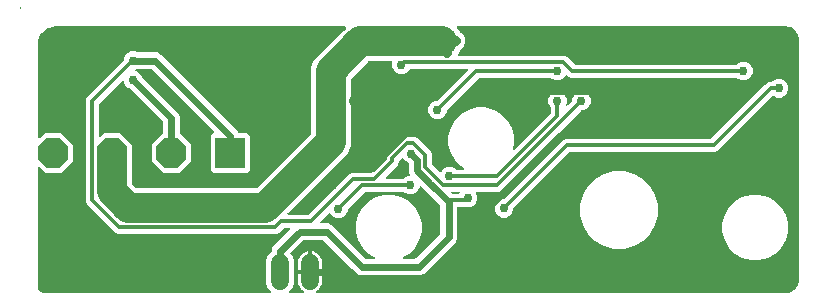
<source format=gbr>
G04 EAGLE Gerber X2 export*
%TF.Part,Single*%
%TF.FileFunction,Copper,L2,Bot,Mixed*%
%TF.FilePolarity,Positive*%
%TF.GenerationSoftware,Autodesk,EAGLE,9.1.3*%
%TF.CreationDate,2019-04-17T09:40:26Z*%
G75*
%MOMM*%
%FSLAX34Y34*%
%LPD*%
%AMOC8*
5,1,8,0,0,1.08239X$1,22.5*%
G01*
%ADD10R,2.540000X2.540000*%
%ADD11P,2.749271X8X202.500000*%
%ADD12C,1.524000*%
%ADD13C,0.756400*%
%ADD14C,0.609600*%
%ADD15C,0.304800*%
%ADD16C,2.540000*%
%ADD17C,0.812800*%

G36*
X244898Y104406D02*
X244898Y104406D01*
X244966Y104407D01*
X245019Y104425D01*
X245074Y104434D01*
X245134Y104466D01*
X245198Y104489D01*
X245242Y104523D01*
X245291Y104550D01*
X245338Y104599D01*
X245391Y104641D01*
X245422Y104687D01*
X245460Y104728D01*
X245489Y104789D01*
X245526Y104846D01*
X245541Y104900D01*
X245564Y104951D01*
X245572Y105018D01*
X245589Y105084D01*
X245585Y105140D01*
X245591Y105195D01*
X245577Y105262D01*
X245572Y105329D01*
X245551Y105381D01*
X245539Y105436D01*
X245504Y105494D01*
X245478Y105557D01*
X245441Y105599D01*
X245413Y105647D01*
X245361Y105691D01*
X245317Y105742D01*
X245251Y105785D01*
X245226Y105807D01*
X245206Y105815D01*
X245176Y105834D01*
X245119Y105864D01*
X243825Y106804D01*
X242694Y107935D01*
X241754Y109229D01*
X241028Y110654D01*
X240533Y112175D01*
X240283Y113754D01*
X240283Y120651D01*
X249682Y120651D01*
X249702Y120654D01*
X249721Y120652D01*
X249823Y120674D01*
X249925Y120691D01*
X249942Y120700D01*
X249962Y120704D01*
X250051Y120757D01*
X250142Y120806D01*
X250156Y120820D01*
X250173Y120830D01*
X250240Y120909D01*
X250311Y120984D01*
X250320Y121002D01*
X250333Y121017D01*
X250371Y121113D01*
X250415Y121207D01*
X250417Y121227D01*
X250425Y121245D01*
X250443Y121412D01*
X250443Y122175D01*
X250445Y122175D01*
X250445Y121412D01*
X250448Y121392D01*
X250446Y121373D01*
X250468Y121271D01*
X250485Y121169D01*
X250494Y121152D01*
X250498Y121132D01*
X250551Y121043D01*
X250600Y120952D01*
X250614Y120938D01*
X250624Y120921D01*
X250703Y120854D01*
X250778Y120783D01*
X250796Y120774D01*
X250811Y120761D01*
X250907Y120722D01*
X251001Y120679D01*
X251021Y120677D01*
X251039Y120669D01*
X251206Y120651D01*
X260605Y120651D01*
X260605Y113754D01*
X260355Y112175D01*
X259860Y110654D01*
X259134Y109229D01*
X258194Y107935D01*
X257063Y106804D01*
X255769Y105864D01*
X255712Y105834D01*
X255657Y105794D01*
X255597Y105762D01*
X255558Y105722D01*
X255513Y105689D01*
X255474Y105633D01*
X255428Y105584D01*
X255404Y105533D01*
X255372Y105488D01*
X255353Y105423D01*
X255324Y105361D01*
X255318Y105305D01*
X255302Y105252D01*
X255304Y105184D01*
X255297Y105117D01*
X255309Y105062D01*
X255311Y105006D01*
X255335Y104943D01*
X255349Y104876D01*
X255378Y104828D01*
X255398Y104776D01*
X255440Y104723D01*
X255475Y104665D01*
X255518Y104629D01*
X255553Y104585D01*
X255611Y104549D01*
X255662Y104505D01*
X255714Y104484D01*
X255761Y104454D01*
X255827Y104439D01*
X255890Y104413D01*
X255969Y104405D01*
X256001Y104397D01*
X256021Y104399D01*
X256057Y104395D01*
X653542Y104395D01*
X653561Y104398D01*
X653592Y104396D01*
X654885Y104481D01*
X654908Y104486D01*
X655032Y104505D01*
X657530Y105175D01*
X657544Y105181D01*
X657560Y105183D01*
X657588Y105196D01*
X657589Y105196D01*
X657713Y105251D01*
X659953Y106544D01*
X659965Y106554D01*
X659980Y106560D01*
X660111Y106665D01*
X661939Y108493D01*
X661948Y108506D01*
X661961Y108516D01*
X662060Y108651D01*
X663353Y110891D01*
X663359Y110905D01*
X663368Y110918D01*
X663429Y111074D01*
X664099Y113572D01*
X664101Y113596D01*
X664123Y113719D01*
X664208Y115012D01*
X664206Y115031D01*
X664209Y115062D01*
X664209Y319024D01*
X664206Y319043D01*
X664208Y319074D01*
X664121Y320400D01*
X664115Y320423D01*
X664096Y320547D01*
X663410Y323109D01*
X663403Y323123D01*
X663401Y323139D01*
X663334Y323293D01*
X662008Y325590D01*
X661998Y325602D01*
X661992Y325616D01*
X661887Y325747D01*
X660011Y327623D01*
X659999Y327632D01*
X659989Y327644D01*
X659854Y327744D01*
X657557Y329070D01*
X657542Y329075D01*
X657529Y329085D01*
X657373Y329146D01*
X654811Y329832D01*
X654787Y329835D01*
X654664Y329857D01*
X653338Y329944D01*
X653319Y329942D01*
X653288Y329945D01*
X375305Y329945D01*
X375235Y329934D01*
X375163Y329932D01*
X375114Y329914D01*
X375063Y329906D01*
X374999Y329872D01*
X374932Y329847D01*
X374891Y329815D01*
X374845Y329790D01*
X374796Y329738D01*
X374740Y329694D01*
X374712Y329650D01*
X374676Y329612D01*
X374646Y329547D01*
X374607Y329487D01*
X374594Y329436D01*
X374572Y329389D01*
X374564Y329318D01*
X374547Y329248D01*
X374551Y329196D01*
X374545Y329145D01*
X374560Y329074D01*
X374566Y329003D01*
X374586Y328955D01*
X374597Y328904D01*
X374634Y328843D01*
X374662Y328777D01*
X374707Y328721D01*
X374724Y328693D01*
X374741Y328678D01*
X374767Y328646D01*
X376670Y326742D01*
X377274Y325286D01*
X377322Y325209D01*
X377363Y325127D01*
X377386Y325105D01*
X377403Y325077D01*
X377473Y325019D01*
X377539Y324955D01*
X377575Y324935D01*
X377593Y324920D01*
X377623Y324909D01*
X377686Y324874D01*
X378239Y324645D01*
X380525Y322359D01*
X381763Y319371D01*
X381763Y316137D01*
X380525Y313149D01*
X378239Y310863D01*
X378194Y310844D01*
X378116Y310796D01*
X378035Y310755D01*
X378012Y310732D01*
X377985Y310715D01*
X377927Y310644D01*
X377863Y310579D01*
X377843Y310543D01*
X377828Y310525D01*
X377816Y310495D01*
X377782Y310432D01*
X376670Y307750D01*
X375529Y306608D01*
X375487Y306550D01*
X375438Y306498D01*
X375416Y306451D01*
X375386Y306409D01*
X375365Y306340D01*
X375334Y306275D01*
X375329Y306223D01*
X375313Y306173D01*
X375315Y306102D01*
X375307Y306031D01*
X375318Y305980D01*
X375320Y305928D01*
X375344Y305860D01*
X375359Y305790D01*
X375386Y305745D01*
X375404Y305697D01*
X375449Y305641D01*
X375486Y305579D01*
X375525Y305545D01*
X375558Y305505D01*
X375618Y305466D01*
X375673Y305419D01*
X375721Y305400D01*
X375765Y305372D01*
X375834Y305354D01*
X375901Y305327D01*
X375972Y305319D01*
X376003Y305311D01*
X376027Y305313D01*
X376067Y305309D01*
X465932Y305309D01*
X467986Y304458D01*
X474532Y297912D01*
X474606Y297859D01*
X474675Y297799D01*
X474706Y297787D01*
X474732Y297768D01*
X474819Y297741D01*
X474904Y297707D01*
X474944Y297703D01*
X474967Y297696D01*
X474999Y297697D01*
X475070Y297689D01*
X611396Y297689D01*
X611487Y297703D01*
X611577Y297711D01*
X611607Y297723D01*
X611639Y297728D01*
X611720Y297771D01*
X611804Y297807D01*
X611836Y297833D01*
X611857Y297844D01*
X611879Y297867D01*
X611935Y297912D01*
X612775Y298752D01*
X615659Y299947D01*
X618781Y299947D01*
X621665Y298752D01*
X623872Y296545D01*
X625067Y293661D01*
X625067Y290539D01*
X623872Y287655D01*
X621665Y285448D01*
X618781Y284253D01*
X615659Y284253D01*
X612775Y285448D01*
X611935Y286288D01*
X611861Y286341D01*
X611791Y286401D01*
X611761Y286413D01*
X611735Y286432D01*
X611648Y286459D01*
X611563Y286493D01*
X611522Y286497D01*
X611500Y286504D01*
X611468Y286503D01*
X611396Y286511D01*
X471328Y286511D01*
X469274Y287362D01*
X467956Y288680D01*
X467919Y288707D01*
X467888Y288741D01*
X467819Y288778D01*
X467756Y288824D01*
X467712Y288837D01*
X467672Y288859D01*
X467596Y288873D01*
X467521Y288896D01*
X467475Y288895D01*
X467430Y288903D01*
X467353Y288892D01*
X467275Y288890D01*
X467232Y288874D01*
X467187Y288867D01*
X467117Y288832D01*
X467044Y288805D01*
X467008Y288777D01*
X466968Y288756D01*
X466913Y288700D01*
X466852Y288652D01*
X466827Y288613D01*
X466795Y288580D01*
X466729Y288460D01*
X466719Y288445D01*
X466718Y288440D01*
X466714Y288433D01*
X466392Y287655D01*
X464185Y285448D01*
X461301Y284253D01*
X458179Y284253D01*
X455295Y285448D01*
X454455Y286288D01*
X454381Y286341D01*
X454311Y286401D01*
X454281Y286413D01*
X454255Y286432D01*
X454168Y286459D01*
X454083Y286493D01*
X454042Y286497D01*
X454020Y286504D01*
X453988Y286503D01*
X453916Y286511D01*
X393790Y286511D01*
X393700Y286497D01*
X393609Y286489D01*
X393579Y286477D01*
X393548Y286472D01*
X393467Y286429D01*
X393383Y286393D01*
X393351Y286367D01*
X393330Y286356D01*
X393308Y286333D01*
X393252Y286288D01*
X366210Y259246D01*
X366157Y259172D01*
X366097Y259103D01*
X366085Y259072D01*
X366066Y259046D01*
X366039Y258959D01*
X366005Y258874D01*
X366001Y258834D01*
X365994Y258811D01*
X365995Y258779D01*
X365987Y258708D01*
X365987Y257519D01*
X364792Y254635D01*
X362585Y252428D01*
X359701Y251233D01*
X356579Y251233D01*
X353695Y252428D01*
X351488Y254635D01*
X350293Y257519D01*
X350293Y260641D01*
X351488Y263525D01*
X353695Y265732D01*
X356579Y266927D01*
X357768Y266927D01*
X357858Y266941D01*
X357949Y266949D01*
X357979Y266961D01*
X358010Y266966D01*
X358091Y267009D01*
X358175Y267045D01*
X358207Y267071D01*
X358228Y267082D01*
X358250Y267105D01*
X358306Y267150D01*
X383988Y292832D01*
X384030Y292890D01*
X384079Y292942D01*
X384101Y292989D01*
X384132Y293031D01*
X384153Y293100D01*
X384183Y293165D01*
X384189Y293217D01*
X384204Y293267D01*
X384202Y293338D01*
X384210Y293409D01*
X384199Y293460D01*
X384198Y293512D01*
X384173Y293580D01*
X384158Y293650D01*
X384131Y293695D01*
X384113Y293743D01*
X384068Y293799D01*
X384032Y293861D01*
X383992Y293895D01*
X383959Y293935D01*
X383899Y293974D01*
X383845Y294021D01*
X383796Y294040D01*
X383753Y294068D01*
X383683Y294086D01*
X383617Y294113D01*
X383545Y294121D01*
X383514Y294129D01*
X383491Y294127D01*
X383450Y294131D01*
X335399Y294131D01*
X335284Y294112D01*
X335168Y294095D01*
X335162Y294093D01*
X335156Y294092D01*
X335054Y294037D01*
X334949Y293984D01*
X334944Y293979D01*
X334939Y293976D01*
X334859Y293892D01*
X334777Y293808D01*
X334773Y293802D01*
X334770Y293798D01*
X334762Y293781D01*
X334696Y293661D01*
X334312Y292735D01*
X332105Y290528D01*
X329221Y289333D01*
X326099Y289333D01*
X323215Y290528D01*
X321008Y292735D01*
X319813Y295619D01*
X319813Y298741D01*
X320098Y299429D01*
X320109Y299473D01*
X320128Y299515D01*
X320137Y299592D01*
X320154Y299668D01*
X320150Y299714D01*
X320155Y299759D01*
X320139Y299836D01*
X320131Y299913D01*
X320113Y299955D01*
X320103Y300000D01*
X320063Y300067D01*
X320031Y300138D01*
X320000Y300172D01*
X319977Y300211D01*
X319918Y300262D01*
X319865Y300319D01*
X319825Y300341D01*
X319790Y300371D01*
X319717Y300400D01*
X319649Y300437D01*
X319604Y300446D01*
X319562Y300463D01*
X319426Y300478D01*
X319407Y300481D01*
X319402Y300480D01*
X319395Y300481D01*
X300122Y300481D01*
X300031Y300467D01*
X299941Y300459D01*
X299911Y300447D01*
X299879Y300442D01*
X299798Y300399D01*
X299714Y300363D01*
X299682Y300337D01*
X299661Y300326D01*
X299639Y300303D01*
X299583Y300258D01*
X284986Y285661D01*
X284933Y285587D01*
X284873Y285517D01*
X284861Y285487D01*
X284842Y285461D01*
X284815Y285374D01*
X284781Y285289D01*
X284777Y285248D01*
X284770Y285226D01*
X284771Y285194D01*
X284763Y285122D01*
X284763Y229103D01*
X282210Y222942D01*
X277388Y218119D01*
X277387Y218118D01*
X231257Y171988D01*
X231215Y171930D01*
X231166Y171878D01*
X231144Y171831D01*
X231114Y171789D01*
X231093Y171720D01*
X231062Y171655D01*
X231057Y171603D01*
X231041Y171553D01*
X231043Y171482D01*
X231035Y171411D01*
X231046Y171360D01*
X231048Y171308D01*
X231072Y171240D01*
X231087Y171170D01*
X231114Y171126D01*
X231132Y171077D01*
X231177Y171021D01*
X231214Y170959D01*
X231253Y170925D01*
X231286Y170885D01*
X231346Y170846D01*
X231401Y170799D01*
X231449Y170780D01*
X231493Y170752D01*
X231562Y170734D01*
X231629Y170707D01*
X231700Y170699D01*
X231731Y170691D01*
X231755Y170693D01*
X231795Y170689D01*
X248830Y170689D01*
X248920Y170703D01*
X249011Y170711D01*
X249041Y170723D01*
X249072Y170728D01*
X249153Y170771D01*
X249237Y170807D01*
X249269Y170833D01*
X249290Y170844D01*
X249312Y170867D01*
X249368Y170912D01*
X283854Y205398D01*
X285908Y206249D01*
X302170Y206249D01*
X302260Y206263D01*
X302351Y206271D01*
X302381Y206283D01*
X302412Y206288D01*
X302493Y206331D01*
X302577Y206367D01*
X302609Y206393D01*
X302630Y206404D01*
X302652Y206427D01*
X302708Y206472D01*
X314228Y217992D01*
X314281Y218066D01*
X314341Y218135D01*
X314353Y218166D01*
X314372Y218192D01*
X314399Y218279D01*
X314433Y218364D01*
X314437Y218404D01*
X314444Y218427D01*
X314443Y218459D01*
X314451Y218530D01*
X314451Y219552D01*
X315302Y221606D01*
X329574Y235878D01*
X331628Y236729D01*
X338932Y236729D01*
X340986Y235878D01*
X352718Y224146D01*
X353569Y222092D01*
X353569Y213450D01*
X353583Y213360D01*
X353591Y213269D01*
X353603Y213239D01*
X353608Y213208D01*
X353651Y213127D01*
X353687Y213043D01*
X353713Y213011D01*
X353724Y212990D01*
X353747Y212968D01*
X353792Y212912D01*
X360084Y206620D01*
X360121Y206593D01*
X360152Y206559D01*
X360195Y206536D01*
X360222Y206513D01*
X360247Y206502D01*
X360284Y206476D01*
X360328Y206463D01*
X360368Y206441D01*
X360428Y206430D01*
X360450Y206421D01*
X360472Y206418D01*
X360519Y206404D01*
X360565Y206405D01*
X360610Y206397D01*
X360687Y206408D01*
X360765Y206410D01*
X360808Y206426D01*
X360853Y206433D01*
X360923Y206468D01*
X360996Y206495D01*
X361032Y206523D01*
X361072Y206544D01*
X361127Y206600D01*
X361188Y206648D01*
X361213Y206687D01*
X361245Y206720D01*
X361252Y206734D01*
X361254Y206735D01*
X361258Y206744D01*
X361311Y206840D01*
X361321Y206855D01*
X361322Y206860D01*
X361326Y206867D01*
X361648Y207645D01*
X363855Y209852D01*
X366739Y211047D01*
X369861Y211047D01*
X372745Y209852D01*
X373585Y209012D01*
X373659Y208959D01*
X373729Y208899D01*
X373759Y208887D01*
X373785Y208868D01*
X373872Y208841D01*
X373957Y208807D01*
X373998Y208803D01*
X374020Y208796D01*
X374052Y208797D01*
X374124Y208789D01*
X380095Y208789D01*
X380142Y208796D01*
X380190Y208795D01*
X380263Y208816D01*
X380337Y208828D01*
X380380Y208851D01*
X380426Y208865D01*
X380488Y208908D01*
X380555Y208944D01*
X380588Y208978D01*
X380627Y209006D01*
X380672Y209067D01*
X380724Y209122D01*
X380744Y209165D01*
X380773Y209204D01*
X380796Y209276D01*
X380828Y209345D01*
X380833Y209393D01*
X380848Y209438D01*
X380846Y209514D01*
X380855Y209589D01*
X380845Y209636D01*
X380844Y209684D01*
X380819Y209756D01*
X380803Y209830D01*
X380778Y209871D01*
X380762Y209916D01*
X380715Y209976D01*
X380676Y210041D01*
X380640Y210072D01*
X380610Y210110D01*
X380507Y210186D01*
X380489Y210201D01*
X380483Y210203D01*
X380475Y210209D01*
X378215Y211514D01*
X373058Y216671D01*
X369411Y222988D01*
X367523Y230033D01*
X367523Y237327D01*
X369411Y244372D01*
X373058Y250689D01*
X378215Y255846D01*
X384532Y259493D01*
X391577Y261381D01*
X398871Y261381D01*
X405916Y259493D01*
X412233Y255846D01*
X417390Y250689D01*
X421037Y244372D01*
X422925Y237327D01*
X422925Y230033D01*
X421850Y226023D01*
X421845Y225975D01*
X421831Y225929D01*
X421833Y225853D01*
X421826Y225778D01*
X421836Y225731D01*
X421838Y225683D01*
X421864Y225612D01*
X421881Y225538D01*
X421906Y225497D01*
X421922Y225452D01*
X421969Y225393D01*
X422009Y225328D01*
X422046Y225298D01*
X422076Y225260D01*
X422139Y225219D01*
X422198Y225171D01*
X422242Y225153D01*
X422283Y225127D01*
X422356Y225109D01*
X422427Y225081D01*
X422475Y225079D01*
X422521Y225067D01*
X422597Y225073D01*
X422672Y225069D01*
X422719Y225083D01*
X422766Y225086D01*
X422836Y225116D01*
X422909Y225137D01*
X422949Y225164D01*
X422993Y225183D01*
X423093Y225263D01*
X423112Y225276D01*
X423116Y225281D01*
X423124Y225287D01*
X453928Y256092D01*
X453981Y256166D01*
X454041Y256235D01*
X454053Y256266D01*
X454072Y256292D01*
X454099Y256379D01*
X454133Y256464D01*
X454137Y256504D01*
X454144Y256527D01*
X454143Y256559D01*
X454151Y256630D01*
X454151Y260876D01*
X454137Y260967D01*
X454129Y261057D01*
X454117Y261087D01*
X454112Y261119D01*
X454069Y261200D01*
X454033Y261284D01*
X454007Y261316D01*
X453996Y261337D01*
X453973Y261359D01*
X453928Y261415D01*
X453088Y262255D01*
X451893Y265139D01*
X451893Y268261D01*
X453088Y271145D01*
X455295Y273352D01*
X458179Y274547D01*
X461301Y274547D01*
X464185Y273352D01*
X466392Y271145D01*
X467587Y268261D01*
X467587Y265139D01*
X467103Y263972D01*
X467081Y263877D01*
X467052Y263784D01*
X467053Y263758D01*
X467047Y263733D01*
X467056Y263636D01*
X467059Y263538D01*
X467068Y263514D01*
X467070Y263488D01*
X467110Y263399D01*
X467143Y263307D01*
X467160Y263287D01*
X467170Y263263D01*
X467236Y263191D01*
X467297Y263115D01*
X467319Y263101D01*
X467337Y263082D01*
X467422Y263035D01*
X467504Y262982D01*
X467529Y262976D01*
X467552Y262963D01*
X467648Y262946D01*
X467742Y262922D01*
X467768Y262924D01*
X467794Y262920D01*
X467891Y262934D01*
X467988Y262941D01*
X468012Y262952D01*
X468038Y262955D01*
X468125Y263000D01*
X468214Y263038D01*
X468239Y263058D01*
X468257Y263067D01*
X468280Y263091D01*
X468345Y263143D01*
X471990Y266788D01*
X472036Y266851D01*
X472058Y266874D01*
X472062Y266883D01*
X472103Y266931D01*
X472115Y266961D01*
X472134Y266988D01*
X472161Y267075D01*
X472195Y267160D01*
X472199Y267200D01*
X472206Y267223D01*
X472205Y267255D01*
X472213Y267326D01*
X472213Y268261D01*
X473408Y271145D01*
X475615Y273352D01*
X478499Y274547D01*
X481621Y274547D01*
X484505Y273352D01*
X486712Y271145D01*
X487907Y268261D01*
X487907Y265139D01*
X486712Y262255D01*
X484505Y260048D01*
X481621Y258853D01*
X480178Y258853D01*
X480088Y258839D01*
X479997Y258831D01*
X479967Y258819D01*
X479936Y258814D01*
X479855Y258771D01*
X479771Y258735D01*
X479739Y258709D01*
X479718Y258698D01*
X479696Y258675D01*
X479640Y258630D01*
X411852Y190842D01*
X409798Y189991D01*
X391577Y189991D01*
X391531Y189984D01*
X391485Y189986D01*
X391411Y189964D01*
X391334Y189952D01*
X391293Y189930D01*
X391249Y189917D01*
X391185Y189873D01*
X391116Y189836D01*
X391085Y189803D01*
X391047Y189777D01*
X391001Y189715D01*
X390947Y189658D01*
X390928Y189616D01*
X390900Y189580D01*
X390876Y189506D01*
X390843Y189435D01*
X390838Y189389D01*
X390824Y189346D01*
X390825Y189268D01*
X390816Y189191D01*
X390826Y189146D01*
X390827Y189100D01*
X390865Y188968D01*
X390869Y188950D01*
X390871Y188946D01*
X390873Y188939D01*
X391895Y186473D01*
X391895Y183351D01*
X390700Y180467D01*
X388493Y178260D01*
X385609Y177065D01*
X382487Y177065D01*
X382081Y177233D01*
X382018Y177248D01*
X381957Y177273D01*
X381874Y177282D01*
X381842Y177289D01*
X381823Y177288D01*
X381790Y177291D01*
X375666Y177291D01*
X375646Y177288D01*
X375627Y177290D01*
X375525Y177268D01*
X375423Y177252D01*
X375406Y177242D01*
X375386Y177238D01*
X375297Y177185D01*
X375206Y177136D01*
X375192Y177122D01*
X375175Y177112D01*
X375108Y177033D01*
X375036Y176958D01*
X375028Y176940D01*
X375015Y176925D01*
X374976Y176829D01*
X374933Y176735D01*
X374931Y176715D01*
X374923Y176697D01*
X374905Y176530D01*
X374905Y150223D01*
X373822Y147609D01*
X346421Y120208D01*
X343807Y119125D01*
X292971Y119125D01*
X290357Y120208D01*
X261691Y148874D01*
X261617Y148927D01*
X261547Y148987D01*
X261517Y148999D01*
X261491Y149018D01*
X261404Y149045D01*
X261319Y149079D01*
X261278Y149083D01*
X261256Y149090D01*
X261224Y149089D01*
X261152Y149097D01*
X244816Y149097D01*
X244725Y149083D01*
X244635Y149075D01*
X244605Y149063D01*
X244573Y149058D01*
X244492Y149015D01*
X244408Y148979D01*
X244376Y148953D01*
X244355Y148942D01*
X244333Y148919D01*
X244277Y148874D01*
X233921Y138518D01*
X233909Y138502D01*
X233894Y138490D01*
X233838Y138402D01*
X233778Y138318D01*
X233772Y138299D01*
X233761Y138283D01*
X233736Y138182D01*
X233705Y138083D01*
X233706Y138063D01*
X233701Y138044D01*
X233709Y137941D01*
X233712Y137837D01*
X233718Y137819D01*
X233720Y137799D01*
X233760Y137704D01*
X233796Y137606D01*
X233808Y137591D01*
X233816Y137573D01*
X233921Y137442D01*
X234950Y136413D01*
X236729Y132118D01*
X236729Y112230D01*
X234950Y107935D01*
X232709Y105694D01*
X232667Y105636D01*
X232618Y105584D01*
X232596Y105537D01*
X232565Y105495D01*
X232544Y105426D01*
X232514Y105361D01*
X232508Y105309D01*
X232493Y105259D01*
X232495Y105188D01*
X232487Y105117D01*
X232498Y105066D01*
X232499Y105014D01*
X232524Y104946D01*
X232539Y104876D01*
X232566Y104831D01*
X232584Y104783D01*
X232629Y104727D01*
X232665Y104665D01*
X232705Y104631D01*
X232738Y104591D01*
X232798Y104552D01*
X232852Y104505D01*
X232901Y104486D01*
X232944Y104458D01*
X233014Y104440D01*
X233081Y104413D01*
X233152Y104405D01*
X233183Y104397D01*
X233206Y104399D01*
X233247Y104395D01*
X244831Y104395D01*
X244898Y104406D01*
G37*
G36*
X25219Y104398D02*
X25219Y104398D01*
X25249Y104396D01*
X27469Y104538D01*
X27769Y104436D01*
X27810Y104429D01*
X27848Y104413D01*
X28005Y104396D01*
X28011Y104395D01*
X28013Y104395D01*
X28015Y104395D01*
X216841Y104395D01*
X216911Y104406D01*
X216983Y104408D01*
X217032Y104426D01*
X217084Y104434D01*
X217147Y104468D01*
X217214Y104493D01*
X217255Y104525D01*
X217301Y104550D01*
X217350Y104602D01*
X217406Y104646D01*
X217434Y104690D01*
X217470Y104728D01*
X217500Y104793D01*
X217539Y104853D01*
X217552Y104904D01*
X217574Y104951D01*
X217582Y105022D01*
X217599Y105092D01*
X217595Y105144D01*
X217601Y105195D01*
X217586Y105266D01*
X217580Y105337D01*
X217560Y105385D01*
X217549Y105436D01*
X217512Y105497D01*
X217484Y105563D01*
X217439Y105619D01*
X217423Y105647D01*
X217405Y105662D01*
X217379Y105694D01*
X215138Y107935D01*
X213359Y112230D01*
X213359Y132118D01*
X215138Y136413D01*
X217708Y138983D01*
X217761Y139057D01*
X217821Y139126D01*
X217833Y139156D01*
X217852Y139183D01*
X217879Y139270D01*
X217913Y139355D01*
X217917Y139395D01*
X217924Y139418D01*
X217923Y139450D01*
X217931Y139521D01*
X217931Y141115D01*
X219014Y143729D01*
X221122Y145837D01*
X233497Y158212D01*
X233539Y158270D01*
X233588Y158322D01*
X233610Y158369D01*
X233640Y158411D01*
X233661Y158480D01*
X233692Y158545D01*
X233697Y158597D01*
X233713Y158647D01*
X233711Y158718D01*
X233719Y158789D01*
X233708Y158840D01*
X233706Y158892D01*
X233682Y158960D01*
X233667Y159030D01*
X233640Y159075D01*
X233622Y159123D01*
X233577Y159179D01*
X233540Y159241D01*
X233501Y159275D01*
X233468Y159315D01*
X233408Y159354D01*
X233353Y159401D01*
X233305Y159420D01*
X233261Y159448D01*
X233192Y159466D01*
X233125Y159493D01*
X233054Y159501D01*
X233023Y159509D01*
X232999Y159507D01*
X232959Y159511D01*
X228690Y159511D01*
X228600Y159497D01*
X228509Y159489D01*
X228479Y159477D01*
X228448Y159472D01*
X228367Y159429D01*
X228283Y159393D01*
X228251Y159367D01*
X228230Y159356D01*
X228208Y159333D01*
X228152Y159288D01*
X225825Y156961D01*
X224146Y155282D01*
X222092Y154431D01*
X87788Y154431D01*
X85734Y155282D01*
X61302Y179714D01*
X60451Y181768D01*
X60451Y267812D01*
X61302Y269866D01*
X92260Y300824D01*
X92313Y300898D01*
X92373Y300967D01*
X92385Y300998D01*
X92404Y301024D01*
X92431Y301111D01*
X92465Y301196D01*
X92469Y301236D01*
X92476Y301259D01*
X92475Y301291D01*
X92483Y301362D01*
X92483Y302551D01*
X93678Y305435D01*
X95885Y307642D01*
X98769Y308837D01*
X101891Y308837D01*
X103523Y308161D01*
X103587Y308146D01*
X103648Y308121D01*
X103730Y308112D01*
X103762Y308105D01*
X103782Y308106D01*
X103814Y308103D01*
X120795Y308103D01*
X123409Y307020D01*
X188910Y241519D01*
X189437Y240247D01*
X189499Y240147D01*
X189558Y240047D01*
X189563Y240043D01*
X189566Y240038D01*
X189657Y239963D01*
X189745Y239887D01*
X189751Y239885D01*
X189756Y239881D01*
X189864Y239839D01*
X189973Y239795D01*
X189981Y239794D01*
X189986Y239793D01*
X190004Y239792D01*
X190140Y239777D01*
X197264Y239777D01*
X199645Y237396D01*
X199645Y208628D01*
X197264Y206247D01*
X168496Y206247D01*
X166115Y208628D01*
X166115Y237396D01*
X168496Y239777D01*
X168697Y239777D01*
X168767Y239788D01*
X168839Y239790D01*
X168888Y239808D01*
X168939Y239816D01*
X169003Y239850D01*
X169070Y239875D01*
X169111Y239907D01*
X169157Y239932D01*
X169206Y239984D01*
X169262Y240028D01*
X169290Y240072D01*
X169326Y240110D01*
X169356Y240175D01*
X169395Y240235D01*
X169408Y240286D01*
X169430Y240333D01*
X169438Y240404D01*
X169455Y240474D01*
X169451Y240526D01*
X169457Y240577D01*
X169442Y240648D01*
X169436Y240719D01*
X169416Y240767D01*
X169405Y240818D01*
X169368Y240879D01*
X169340Y240945D01*
X169295Y241001D01*
X169278Y241029D01*
X169261Y241044D01*
X169235Y241076D01*
X116657Y293654D01*
X116583Y293707D01*
X116513Y293767D01*
X116483Y293779D01*
X116457Y293798D01*
X116370Y293825D01*
X116285Y293859D01*
X116244Y293863D01*
X116222Y293870D01*
X116190Y293869D01*
X116118Y293877D01*
X103814Y293877D01*
X103750Y293867D01*
X103684Y293866D01*
X103604Y293843D01*
X103571Y293838D01*
X103554Y293828D01*
X103523Y293819D01*
X102910Y293565D01*
X102849Y293527D01*
X102783Y293498D01*
X102745Y293463D01*
X102701Y293436D01*
X102655Y293380D01*
X102602Y293332D01*
X102577Y293286D01*
X102544Y293246D01*
X102518Y293179D01*
X102484Y293116D01*
X102474Y293065D01*
X102456Y293017D01*
X102453Y292945D01*
X102440Y292874D01*
X102447Y292823D01*
X102445Y292771D01*
X102465Y292702D01*
X102476Y292631D01*
X102499Y292585D01*
X102514Y292535D01*
X102555Y292476D01*
X102587Y292412D01*
X102624Y292375D01*
X102654Y292333D01*
X102711Y292290D01*
X102763Y292240D01*
X102826Y292205D01*
X102851Y292186D01*
X102874Y292179D01*
X102910Y292159D01*
X104775Y291386D01*
X106982Y289179D01*
X107658Y287547D01*
X107693Y287491D01*
X107718Y287431D01*
X107770Y287366D01*
X107788Y287338D01*
X107803Y287325D01*
X107823Y287300D01*
X136764Y258359D01*
X138872Y256251D01*
X139955Y253637D01*
X139955Y239961D01*
X139969Y239871D01*
X139977Y239780D01*
X139989Y239751D01*
X139994Y239719D01*
X140037Y239638D01*
X140073Y239554D01*
X140099Y239522D01*
X140110Y239501D01*
X140133Y239479D01*
X140178Y239423D01*
X149645Y229956D01*
X149645Y216068D01*
X139824Y206247D01*
X125936Y206247D01*
X116115Y216068D01*
X116115Y229956D01*
X125506Y239347D01*
X125559Y239421D01*
X125619Y239491D01*
X125631Y239521D01*
X125650Y239547D01*
X125677Y239634D01*
X125693Y239676D01*
X125701Y239692D01*
X125702Y239696D01*
X125711Y239719D01*
X125715Y239760D01*
X125722Y239782D01*
X125721Y239814D01*
X125729Y239885D01*
X125729Y248961D01*
X125715Y249051D01*
X125707Y249142D01*
X125695Y249171D01*
X125690Y249203D01*
X125647Y249284D01*
X125611Y249368D01*
X125585Y249400D01*
X125574Y249421D01*
X125551Y249443D01*
X125506Y249499D01*
X97764Y277241D01*
X97711Y277279D01*
X97664Y277325D01*
X97591Y277365D01*
X97565Y277384D01*
X97546Y277390D01*
X97517Y277406D01*
X95885Y278082D01*
X93678Y280289D01*
X92483Y283173D01*
X92483Y283402D01*
X92472Y283473D01*
X92470Y283544D01*
X92452Y283593D01*
X92444Y283645D01*
X92410Y283708D01*
X92385Y283775D01*
X92353Y283816D01*
X92328Y283862D01*
X92276Y283911D01*
X92232Y283967D01*
X92188Y283995D01*
X92150Y284031D01*
X92085Y284061D01*
X92025Y284100D01*
X91974Y284113D01*
X91927Y284135D01*
X91856Y284143D01*
X91786Y284160D01*
X91734Y284156D01*
X91683Y284162D01*
X91612Y284147D01*
X91541Y284141D01*
X91493Y284121D01*
X91442Y284110D01*
X91381Y284073D01*
X91315Y284045D01*
X91259Y284000D01*
X91231Y283984D01*
X91216Y283966D01*
X91184Y283940D01*
X71852Y264608D01*
X71799Y264534D01*
X71739Y264465D01*
X71727Y264434D01*
X71708Y264408D01*
X71681Y264321D01*
X71647Y264236D01*
X71643Y264196D01*
X71636Y264173D01*
X71637Y264141D01*
X71629Y264070D01*
X71629Y237307D01*
X71640Y237237D01*
X71642Y237165D01*
X71660Y237116D01*
X71668Y237065D01*
X71702Y237001D01*
X71727Y236934D01*
X71759Y236893D01*
X71784Y236847D01*
X71836Y236798D01*
X71880Y236742D01*
X71924Y236714D01*
X71962Y236678D01*
X72027Y236648D01*
X72087Y236609D01*
X72138Y236596D01*
X72185Y236574D01*
X72256Y236566D01*
X72326Y236549D01*
X72378Y236553D01*
X72429Y236547D01*
X72500Y236562D01*
X72571Y236568D01*
X72619Y236588D01*
X72670Y236599D01*
X72731Y236636D01*
X72797Y236664D01*
X72853Y236709D01*
X72881Y236726D01*
X72896Y236743D01*
X72928Y236769D01*
X73491Y237331D01*
X73491Y237332D01*
X75936Y239777D01*
X89824Y239777D01*
X92269Y237332D01*
X92270Y237331D01*
X97199Y232402D01*
X97200Y232401D01*
X99645Y229956D01*
X99645Y197430D01*
X99659Y197339D01*
X99667Y197249D01*
X99679Y197219D01*
X99684Y197187D01*
X99727Y197106D01*
X99763Y197022D01*
X99789Y196990D01*
X99800Y196969D01*
X99823Y196947D01*
X99868Y196891D01*
X103241Y193518D01*
X103315Y193465D01*
X103385Y193405D01*
X103415Y193393D01*
X103441Y193374D01*
X103528Y193347D01*
X103613Y193313D01*
X103654Y193309D01*
X103676Y193302D01*
X103708Y193303D01*
X103780Y193295D01*
X204830Y193295D01*
X204921Y193309D01*
X205011Y193317D01*
X205041Y193329D01*
X205073Y193334D01*
X205154Y193377D01*
X205238Y193413D01*
X205270Y193439D01*
X205291Y193450D01*
X205313Y193473D01*
X205369Y193518D01*
X251010Y239159D01*
X251063Y239233D01*
X251123Y239303D01*
X251135Y239333D01*
X251154Y239359D01*
X251181Y239446D01*
X251215Y239531D01*
X251219Y239572D01*
X251226Y239594D01*
X251225Y239626D01*
X251233Y239697D01*
X251233Y295717D01*
X253786Y301878D01*
X280553Y328646D01*
X280595Y328704D01*
X280644Y328756D01*
X280666Y328803D01*
X280696Y328845D01*
X280717Y328914D01*
X280748Y328979D01*
X280753Y329031D01*
X280769Y329081D01*
X280767Y329152D01*
X280775Y329223D01*
X280764Y329274D01*
X280762Y329326D01*
X280738Y329394D01*
X280723Y329464D01*
X280696Y329509D01*
X280678Y329557D01*
X280633Y329613D01*
X280596Y329675D01*
X280557Y329709D01*
X280524Y329749D01*
X280464Y329788D01*
X280409Y329835D01*
X280361Y329854D01*
X280317Y329882D01*
X280248Y329900D01*
X280181Y329927D01*
X280110Y329935D01*
X280079Y329943D01*
X280055Y329941D01*
X280015Y329945D01*
X34290Y329945D01*
X34271Y329942D01*
X34240Y329944D01*
X32483Y329828D01*
X32460Y329823D01*
X32336Y329804D01*
X28941Y328895D01*
X28927Y328888D01*
X28911Y328886D01*
X28758Y328819D01*
X25714Y327061D01*
X25702Y327051D01*
X25688Y327045D01*
X25557Y326940D01*
X23072Y324455D01*
X23062Y324443D01*
X23050Y324433D01*
X22951Y324298D01*
X21193Y321254D01*
X21188Y321240D01*
X21178Y321227D01*
X21117Y321071D01*
X20208Y317676D01*
X20205Y317652D01*
X20184Y317529D01*
X20068Y315772D01*
X20070Y315753D01*
X20067Y315722D01*
X20067Y235745D01*
X20078Y235675D01*
X20080Y235603D01*
X20098Y235554D01*
X20106Y235503D01*
X20140Y235439D01*
X20165Y235372D01*
X20197Y235331D01*
X20222Y235285D01*
X20274Y235236D01*
X20318Y235180D01*
X20362Y235152D01*
X20400Y235116D01*
X20465Y235086D01*
X20525Y235047D01*
X20576Y235034D01*
X20623Y235012D01*
X20694Y235004D01*
X20764Y234987D01*
X20816Y234991D01*
X20867Y234985D01*
X20938Y235000D01*
X21009Y235006D01*
X21057Y235026D01*
X21108Y235037D01*
X21169Y235074D01*
X21235Y235102D01*
X21291Y235147D01*
X21319Y235164D01*
X21334Y235181D01*
X21366Y235207D01*
X25936Y239777D01*
X39824Y239777D01*
X49645Y229956D01*
X49645Y216068D01*
X39824Y206247D01*
X25936Y206247D01*
X21366Y210817D01*
X21308Y210859D01*
X21256Y210908D01*
X21209Y210930D01*
X21167Y210960D01*
X21098Y210981D01*
X21033Y211012D01*
X20981Y211017D01*
X20931Y211033D01*
X20860Y211031D01*
X20789Y211039D01*
X20738Y211028D01*
X20686Y211026D01*
X20618Y211002D01*
X20548Y210987D01*
X20503Y210960D01*
X20455Y210942D01*
X20399Y210897D01*
X20337Y210860D01*
X20303Y210821D01*
X20263Y210788D01*
X20224Y210728D01*
X20177Y210673D01*
X20158Y210625D01*
X20130Y210581D01*
X20112Y210512D01*
X20085Y210445D01*
X20077Y210374D01*
X20069Y210343D01*
X20071Y210320D01*
X20067Y210279D01*
X20067Y108401D01*
X20072Y108368D01*
X20074Y108293D01*
X20128Y107916D01*
X20130Y107911D01*
X20130Y107905D01*
X20174Y107743D01*
X20604Y106662D01*
X20622Y106631D01*
X20633Y106597D01*
X20725Y106457D01*
X21468Y105561D01*
X21495Y105538D01*
X21516Y105508D01*
X21647Y105404D01*
X22630Y104781D01*
X22663Y104767D01*
X22691Y104746D01*
X22848Y104687D01*
X23897Y104418D01*
X23908Y104417D01*
X23918Y104413D01*
X24085Y104395D01*
X25200Y104395D01*
X25219Y104398D01*
G37*
%LPC*%
G36*
X507505Y141797D02*
X507505Y141797D01*
X499188Y144026D01*
X491731Y148331D01*
X485643Y154419D01*
X481338Y161876D01*
X479109Y170193D01*
X479109Y178803D01*
X481338Y187120D01*
X485643Y194577D01*
X491731Y200665D01*
X499188Y204970D01*
X507505Y207199D01*
X516115Y207199D01*
X524432Y204970D01*
X531889Y200665D01*
X537977Y194577D01*
X542282Y187120D01*
X544511Y178803D01*
X544511Y170193D01*
X542282Y161876D01*
X537977Y154419D01*
X531889Y148331D01*
X524432Y144026D01*
X516115Y141797D01*
X507505Y141797D01*
G37*
%LPD*%
%LPC*%
G36*
X412967Y168175D02*
X412967Y168175D01*
X410083Y169370D01*
X407876Y171577D01*
X406681Y174461D01*
X406681Y177583D01*
X407876Y180467D01*
X410083Y182674D01*
X412967Y183869D01*
X414156Y183869D01*
X414246Y183883D01*
X414337Y183891D01*
X414367Y183903D01*
X414398Y183908D01*
X414479Y183951D01*
X414563Y183987D01*
X414595Y184013D01*
X414616Y184024D01*
X414638Y184047D01*
X414694Y184092D01*
X464702Y234100D01*
X466756Y234951D01*
X589444Y234951D01*
X589534Y234965D01*
X589625Y234973D01*
X589655Y234985D01*
X589686Y234990D01*
X589767Y235033D01*
X589851Y235069D01*
X589883Y235095D01*
X589904Y235106D01*
X589926Y235129D01*
X589982Y235174D01*
X635489Y280681D01*
X637168Y282360D01*
X639222Y283211D01*
X641368Y283211D01*
X641459Y283225D01*
X641549Y283233D01*
X641579Y283245D01*
X641611Y283250D01*
X641692Y283293D01*
X641776Y283329D01*
X641808Y283355D01*
X641829Y283366D01*
X641851Y283389D01*
X641907Y283434D01*
X642747Y284274D01*
X645631Y285469D01*
X648753Y285469D01*
X651637Y284274D01*
X653844Y282067D01*
X655039Y279183D01*
X655039Y276061D01*
X653844Y273177D01*
X651637Y270970D01*
X648753Y269775D01*
X645631Y269775D01*
X642747Y270970D01*
X642705Y271012D01*
X642689Y271024D01*
X642676Y271040D01*
X642589Y271096D01*
X642505Y271156D01*
X642486Y271162D01*
X642469Y271173D01*
X642369Y271198D01*
X642270Y271228D01*
X642250Y271228D01*
X642231Y271233D01*
X642128Y271225D01*
X642024Y271222D01*
X642005Y271215D01*
X641985Y271214D01*
X641890Y271173D01*
X641793Y271138D01*
X641777Y271125D01*
X641759Y271117D01*
X641628Y271012D01*
X595240Y224624D01*
X593186Y223773D01*
X470498Y223773D01*
X470408Y223759D01*
X470317Y223751D01*
X470287Y223739D01*
X470256Y223734D01*
X470175Y223691D01*
X470091Y223655D01*
X470059Y223629D01*
X470038Y223618D01*
X470016Y223595D01*
X469960Y223550D01*
X422598Y176188D01*
X422545Y176114D01*
X422485Y176045D01*
X422473Y176014D01*
X422454Y175988D01*
X422427Y175901D01*
X422393Y175816D01*
X422389Y175776D01*
X422382Y175753D01*
X422383Y175721D01*
X422375Y175650D01*
X422375Y174461D01*
X421180Y171577D01*
X418973Y169370D01*
X416089Y168175D01*
X412967Y168175D01*
G37*
%LPD*%
%LPC*%
G36*
X623479Y132065D02*
X623479Y132065D01*
X616434Y133953D01*
X610117Y137600D01*
X604960Y142757D01*
X601313Y149074D01*
X599425Y156119D01*
X599425Y163413D01*
X601313Y170458D01*
X604960Y176775D01*
X610117Y181932D01*
X616434Y185579D01*
X623479Y187467D01*
X630773Y187467D01*
X637818Y185579D01*
X644135Y181932D01*
X649292Y176775D01*
X652939Y170458D01*
X654827Y163413D01*
X654827Y156119D01*
X652939Y149074D01*
X649292Y142757D01*
X644135Y137600D01*
X637818Y133953D01*
X630773Y132065D01*
X623479Y132065D01*
G37*
%LPD*%
G36*
X304549Y133358D02*
X304549Y133358D01*
X304597Y133357D01*
X304670Y133378D01*
X304745Y133390D01*
X304787Y133413D01*
X304833Y133427D01*
X304895Y133470D01*
X304962Y133506D01*
X304995Y133540D01*
X305035Y133568D01*
X305079Y133629D01*
X305132Y133684D01*
X305152Y133727D01*
X305180Y133766D01*
X305203Y133838D01*
X305235Y133907D01*
X305241Y133955D01*
X305255Y134000D01*
X305254Y134076D01*
X305262Y134151D01*
X305252Y134198D01*
X305251Y134246D01*
X305226Y134318D01*
X305210Y134392D01*
X305186Y134433D01*
X305170Y134478D01*
X305123Y134538D01*
X305084Y134603D01*
X305048Y134634D01*
X305018Y134672D01*
X304914Y134748D01*
X304897Y134763D01*
X304891Y134765D01*
X304883Y134771D01*
X299983Y137600D01*
X294826Y142757D01*
X291179Y149074D01*
X289291Y156119D01*
X289291Y163413D01*
X291179Y170458D01*
X294826Y176775D01*
X299983Y181932D01*
X306300Y185579D01*
X313345Y187467D01*
X320639Y187467D01*
X327684Y185579D01*
X334001Y181932D01*
X339158Y176775D01*
X342805Y170458D01*
X344693Y163413D01*
X344693Y156119D01*
X342805Y149074D01*
X339158Y142757D01*
X334001Y137600D01*
X329101Y134771D01*
X329064Y134741D01*
X329022Y134718D01*
X328970Y134663D01*
X328911Y134615D01*
X328885Y134575D01*
X328852Y134540D01*
X328820Y134471D01*
X328780Y134407D01*
X328769Y134360D01*
X328749Y134317D01*
X328740Y134242D01*
X328723Y134168D01*
X328727Y134120D01*
X328722Y134073D01*
X328738Y133998D01*
X328744Y133923D01*
X328764Y133879D01*
X328774Y133832D01*
X328813Y133767D01*
X328843Y133698D01*
X328875Y133662D01*
X328900Y133621D01*
X328958Y133572D01*
X329009Y133516D01*
X329051Y133492D01*
X329087Y133461D01*
X329157Y133433D01*
X329223Y133396D01*
X329271Y133387D01*
X329315Y133369D01*
X329443Y133355D01*
X329465Y133351D01*
X329472Y133352D01*
X329482Y133351D01*
X339130Y133351D01*
X339221Y133365D01*
X339311Y133373D01*
X339341Y133385D01*
X339373Y133390D01*
X339454Y133433D01*
X339538Y133469D01*
X339570Y133495D01*
X339591Y133506D01*
X339613Y133529D01*
X339669Y133574D01*
X360456Y154361D01*
X360509Y154435D01*
X360569Y154505D01*
X360581Y154535D01*
X360600Y154561D01*
X360627Y154648D01*
X360661Y154733D01*
X360665Y154774D01*
X360672Y154796D01*
X360671Y154828D01*
X360679Y154900D01*
X360679Y177840D01*
X360665Y177931D01*
X360657Y178021D01*
X360645Y178051D01*
X360640Y178083D01*
X360597Y178164D01*
X360561Y178248D01*
X360535Y178280D01*
X360524Y178301D01*
X360501Y178323D01*
X360456Y178379D01*
X350606Y188229D01*
X348376Y190459D01*
X344426Y194409D01*
X344382Y194441D01*
X344358Y194467D01*
X344342Y194475D01*
X344316Y194500D01*
X344269Y194522D01*
X344227Y194552D01*
X344171Y194569D01*
X344142Y194585D01*
X344126Y194588D01*
X344093Y194604D01*
X344041Y194609D01*
X343991Y194625D01*
X343932Y194623D01*
X343900Y194629D01*
X343885Y194627D01*
X343849Y194631D01*
X343798Y194620D01*
X343746Y194618D01*
X343690Y194598D01*
X343657Y194593D01*
X343643Y194586D01*
X343608Y194579D01*
X343563Y194552D01*
X343515Y194534D01*
X343469Y194498D01*
X343438Y194482D01*
X343426Y194470D01*
X343397Y194452D01*
X343363Y194413D01*
X343323Y194380D01*
X343293Y194334D01*
X343266Y194306D01*
X343254Y194285D01*
X343237Y194265D01*
X343221Y194224D01*
X343210Y194206D01*
X343190Y194173D01*
X343187Y194163D01*
X343185Y194159D01*
X341932Y191135D01*
X339725Y188928D01*
X336841Y187733D01*
X333719Y187733D01*
X330835Y188928D01*
X329995Y189768D01*
X329921Y189821D01*
X329851Y189881D01*
X329821Y189893D01*
X329795Y189912D01*
X329708Y189939D01*
X329623Y189973D01*
X329582Y189977D01*
X329560Y189984D01*
X329528Y189983D01*
X329456Y189991D01*
X297270Y189991D01*
X297180Y189977D01*
X297089Y189969D01*
X297059Y189957D01*
X297028Y189952D01*
X296947Y189909D01*
X296863Y189873D01*
X296831Y189847D01*
X296810Y189836D01*
X296788Y189813D01*
X296732Y189768D01*
X282390Y175426D01*
X282337Y175352D01*
X282277Y175283D01*
X282265Y175252D01*
X282246Y175226D01*
X282219Y175139D01*
X282185Y175054D01*
X282181Y175014D01*
X282174Y174991D01*
X282175Y174959D01*
X282167Y174888D01*
X282167Y173699D01*
X280972Y170815D01*
X278765Y168608D01*
X275881Y167413D01*
X272759Y167413D01*
X269875Y168608D01*
X267668Y170815D01*
X267346Y171593D01*
X267321Y171632D01*
X267306Y171675D01*
X267257Y171736D01*
X267216Y171802D01*
X267181Y171832D01*
X267152Y171867D01*
X267086Y171910D01*
X267026Y171959D01*
X266984Y171976D01*
X266945Y172000D01*
X266870Y172019D01*
X266797Y172047D01*
X266751Y172049D01*
X266706Y172061D01*
X266629Y172055D01*
X266551Y172058D01*
X266507Y172045D01*
X266461Y172041D01*
X266390Y172011D01*
X266315Y171989D01*
X266277Y171963D01*
X266235Y171945D01*
X266128Y171860D01*
X266113Y171849D01*
X266110Y171845D01*
X266104Y171840D01*
X258886Y164622D01*
X258844Y164564D01*
X258795Y164512D01*
X258773Y164465D01*
X258742Y164423D01*
X258721Y164354D01*
X258691Y164289D01*
X258685Y164237D01*
X258670Y164187D01*
X258672Y164116D01*
X258664Y164045D01*
X258675Y163994D01*
X258676Y163942D01*
X258701Y163874D01*
X258716Y163804D01*
X258743Y163759D01*
X258761Y163711D01*
X258806Y163655D01*
X258842Y163593D01*
X258882Y163559D01*
X258915Y163519D01*
X258975Y163480D01*
X259029Y163433D01*
X259078Y163414D01*
X259121Y163386D01*
X259191Y163368D01*
X259257Y163341D01*
X259329Y163333D01*
X259360Y163325D01*
X259383Y163327D01*
X259424Y163323D01*
X265829Y163323D01*
X268443Y162240D01*
X297109Y133574D01*
X297183Y133521D01*
X297253Y133461D01*
X297283Y133449D01*
X297309Y133430D01*
X297396Y133403D01*
X297481Y133369D01*
X297522Y133365D01*
X297544Y133358D01*
X297576Y133359D01*
X297648Y133351D01*
X304502Y133351D01*
X304549Y133358D01*
G37*
G36*
X329547Y201183D02*
X329547Y201183D01*
X329637Y201191D01*
X329667Y201203D01*
X329699Y201208D01*
X329780Y201251D01*
X329864Y201287D01*
X329896Y201313D01*
X329917Y201324D01*
X329939Y201347D01*
X329995Y201392D01*
X330835Y202232D01*
X333719Y203427D01*
X333935Y203427D01*
X333980Y203434D01*
X334026Y203432D01*
X334101Y203454D01*
X334178Y203466D01*
X334218Y203488D01*
X334262Y203501D01*
X334326Y203545D01*
X334395Y203582D01*
X334427Y203615D01*
X334464Y203641D01*
X334511Y203703D01*
X334565Y203760D01*
X334584Y203802D01*
X334611Y203838D01*
X334635Y203912D01*
X334668Y203983D01*
X334673Y204029D01*
X334687Y204072D01*
X334687Y204150D01*
X334695Y204227D01*
X334686Y204272D01*
X334685Y204318D01*
X334647Y204450D01*
X334643Y204468D01*
X334640Y204472D01*
X334638Y204479D01*
X333755Y206611D01*
X333755Y213908D01*
X333741Y213999D01*
X333733Y214089D01*
X333721Y214119D01*
X333716Y214151D01*
X333673Y214232D01*
X333637Y214316D01*
X333611Y214348D01*
X333600Y214369D01*
X333577Y214391D01*
X333532Y214447D01*
X333222Y214757D01*
X333169Y214795D01*
X333122Y214841D01*
X333049Y214881D01*
X333023Y214900D01*
X333004Y214906D01*
X332975Y214922D01*
X331343Y215598D01*
X329136Y217805D01*
X329037Y218044D01*
X329013Y218083D01*
X328997Y218127D01*
X328948Y218187D01*
X328907Y218254D01*
X328872Y218283D01*
X328843Y218319D01*
X328778Y218361D01*
X328718Y218410D01*
X328675Y218427D01*
X328636Y218452D01*
X328561Y218471D01*
X328488Y218499D01*
X328442Y218501D01*
X328398Y218512D01*
X328320Y218506D01*
X328242Y218509D01*
X328198Y218496D01*
X328152Y218493D01*
X328081Y218462D01*
X328006Y218440D01*
X327968Y218414D01*
X327926Y218396D01*
X327820Y218311D01*
X327804Y218300D01*
X327801Y218296D01*
X327795Y218291D01*
X325852Y216348D01*
X325799Y216274D01*
X325739Y216205D01*
X325727Y216174D01*
X325708Y216148D01*
X325681Y216061D01*
X325647Y215976D01*
X325643Y215936D01*
X325636Y215913D01*
X325637Y215881D01*
X325629Y215810D01*
X325629Y214788D01*
X324778Y212734D01*
X314512Y202468D01*
X314470Y202410D01*
X314421Y202358D01*
X314399Y202311D01*
X314368Y202269D01*
X314347Y202200D01*
X314317Y202135D01*
X314311Y202083D01*
X314296Y202033D01*
X314298Y201962D01*
X314290Y201891D01*
X314301Y201840D01*
X314302Y201788D01*
X314327Y201720D01*
X314342Y201650D01*
X314369Y201605D01*
X314387Y201557D01*
X314432Y201501D01*
X314468Y201439D01*
X314508Y201405D01*
X314541Y201365D01*
X314601Y201326D01*
X314655Y201279D01*
X314704Y201260D01*
X314747Y201232D01*
X314817Y201214D01*
X314883Y201187D01*
X314955Y201179D01*
X314986Y201171D01*
X315009Y201173D01*
X315050Y201169D01*
X329456Y201169D01*
X329547Y201183D01*
G37*
%LPC*%
G36*
X251967Y123697D02*
X251967Y123697D01*
X251967Y139840D01*
X252823Y139705D01*
X254344Y139210D01*
X255769Y138484D01*
X257063Y137544D01*
X258194Y136413D01*
X259134Y135119D01*
X259860Y133694D01*
X260355Y132173D01*
X260605Y130594D01*
X260605Y123697D01*
X251967Y123697D01*
G37*
%LPD*%
%LPC*%
G36*
X240283Y123697D02*
X240283Y123697D01*
X240283Y130594D01*
X240533Y132173D01*
X241028Y133694D01*
X241754Y135119D01*
X242694Y136413D01*
X243825Y137544D01*
X245119Y138484D01*
X246544Y139210D01*
X248065Y139705D01*
X248921Y139840D01*
X248921Y123697D01*
X240283Y123697D01*
G37*
%LPD*%
G36*
X376609Y188483D02*
X376609Y188483D01*
X376700Y188491D01*
X376730Y188503D01*
X376762Y188508D01*
X376843Y188551D01*
X376927Y188587D01*
X376959Y188613D01*
X376979Y188624D01*
X376980Y188624D01*
X377002Y188647D01*
X377058Y188692D01*
X377099Y188750D01*
X377149Y188802D01*
X377171Y188849D01*
X377201Y188891D01*
X377222Y188960D01*
X377253Y189025D01*
X377258Y189077D01*
X377274Y189127D01*
X377272Y189198D01*
X377280Y189269D01*
X377269Y189320D01*
X377267Y189372D01*
X377243Y189440D01*
X377227Y189510D01*
X377201Y189554D01*
X377183Y189603D01*
X377138Y189659D01*
X377101Y189721D01*
X377062Y189755D01*
X377029Y189795D01*
X376969Y189834D01*
X376914Y189881D01*
X376866Y189900D01*
X376822Y189928D01*
X376753Y189946D01*
X376686Y189973D01*
X376615Y189981D01*
X376584Y189989D01*
X376560Y189987D01*
X376519Y189991D01*
X370799Y189991D01*
X370729Y189980D01*
X370657Y189978D01*
X370608Y189960D01*
X370557Y189952D01*
X370493Y189918D01*
X370426Y189893D01*
X370385Y189861D01*
X370339Y189836D01*
X370290Y189785D01*
X370234Y189740D01*
X370206Y189696D01*
X370170Y189658D01*
X370140Y189593D01*
X370101Y189533D01*
X370088Y189482D01*
X370066Y189435D01*
X370058Y189364D01*
X370041Y189294D01*
X370045Y189242D01*
X370039Y189191D01*
X370054Y189120D01*
X370060Y189049D01*
X370080Y189001D01*
X370091Y188950D01*
X370128Y188889D01*
X370156Y188823D01*
X370201Y188767D01*
X370218Y188739D01*
X370235Y188724D01*
X370261Y188692D01*
X370335Y188639D01*
X370362Y188616D01*
X370405Y188579D01*
X370435Y188567D01*
X370461Y188548D01*
X370548Y188521D01*
X370633Y188487D01*
X370674Y188483D01*
X370696Y188476D01*
X370728Y188477D01*
X370799Y188469D01*
X376519Y188469D01*
X376609Y188483D01*
G37*
G36*
X5190Y345037D02*
X5190Y345037D01*
X5261Y345042D01*
X5309Y345063D01*
X5360Y345074D01*
X5421Y345111D01*
X5487Y345139D01*
X5543Y345183D01*
X5571Y345200D01*
X5586Y345218D01*
X5618Y345243D01*
X5785Y345410D01*
X5827Y345468D01*
X5876Y345520D01*
X5898Y345567D01*
X5928Y345610D01*
X5949Y345678D01*
X5979Y345743D01*
X5985Y345795D01*
X6001Y345845D01*
X5999Y345916D01*
X6007Y345987D01*
X5995Y346038D01*
X5994Y346091D01*
X5970Y346158D01*
X5954Y346228D01*
X5928Y346273D01*
X5910Y346322D01*
X5865Y346377D01*
X5828Y346439D01*
X5788Y346473D01*
X5756Y346514D01*
X5696Y346552D01*
X5641Y346599D01*
X5593Y346618D01*
X5549Y346647D01*
X5480Y346664D01*
X5413Y346691D01*
X5342Y346699D01*
X5311Y346707D01*
X5287Y346705D01*
X5246Y346709D01*
X5080Y346709D01*
X5060Y346706D01*
X5041Y346708D01*
X4939Y346686D01*
X4837Y346670D01*
X4820Y346660D01*
X4800Y346656D01*
X4711Y346603D01*
X4620Y346554D01*
X4606Y346540D01*
X4589Y346530D01*
X4522Y346451D01*
X4451Y346376D01*
X4442Y346358D01*
X4429Y346343D01*
X4390Y346247D01*
X4347Y346153D01*
X4345Y346133D01*
X4337Y346115D01*
X4319Y345948D01*
X4319Y345782D01*
X4330Y345711D01*
X4332Y345639D01*
X4350Y345590D01*
X4359Y345539D01*
X4392Y345475D01*
X4417Y345408D01*
X4449Y345368D01*
X4474Y345322D01*
X4526Y345272D01*
X4570Y345216D01*
X4614Y345188D01*
X4652Y345152D01*
X4717Y345122D01*
X4777Y345083D01*
X4828Y345070D01*
X4875Y345049D01*
X4946Y345041D01*
X5016Y345023D01*
X5068Y345027D01*
X5119Y345021D01*
X5190Y345037D01*
G37*
D10*
X182880Y223012D03*
D11*
X132880Y223012D03*
X82880Y223012D03*
X32880Y223012D03*
D12*
X250444Y129794D02*
X250444Y114554D01*
X225044Y114554D02*
X225044Y129794D01*
D13*
X58420Y322698D03*
D14*
X170062Y322698D01*
X173990Y318770D01*
D13*
X242316Y250444D03*
D14*
X173990Y318770D01*
D13*
X312166Y220218D03*
D14*
X312166Y218694D02*
X303276Y209804D01*
X286258Y209804D01*
X280162Y209804D01*
X269494Y199136D01*
X269494Y195580D01*
D13*
X269494Y195580D03*
D14*
X312166Y218694D02*
X312166Y220218D01*
D13*
X180594Y323596D03*
D14*
X175768Y318770D01*
X173990Y318770D01*
X250444Y122174D02*
X284988Y122174D01*
X291338Y115824D02*
X347726Y115824D01*
X375412Y143510D01*
X375666Y143510D01*
X381508Y149352D01*
X381508Y168910D01*
X383794Y171196D01*
X395478Y171196D01*
X466090Y241808D01*
X570484Y241808D01*
X604266Y275590D01*
D13*
X604266Y275590D03*
D14*
X291338Y115824D02*
X284988Y122174D01*
D13*
X286766Y267208D03*
D14*
X302260Y267208D01*
X307848Y261620D01*
X307848Y224536D01*
X312166Y220218D01*
X340134Y248186D01*
X362573Y248186D01*
X389977Y275590D02*
X604266Y275590D01*
X389977Y275590D02*
X362573Y248186D01*
D15*
X279400Y327660D02*
X278945Y328115D01*
X279400Y327660D01*
D13*
X335788Y222250D03*
D14*
X352298Y196596D02*
X356743Y192151D01*
X367792Y181102D01*
X367792Y151638D01*
X342392Y126238D01*
X294386Y126238D01*
X264414Y156210D01*
X241554Y156210D01*
X225044Y139700D01*
X225044Y122174D01*
X335788Y222250D02*
X340868Y217170D01*
X340868Y208026D01*
X352298Y196596D01*
D15*
X368300Y182880D02*
X367792Y181102D01*
X368300Y182880D02*
X382016Y182880D01*
X384048Y184912D01*
D13*
X384048Y184912D03*
X414528Y176022D03*
D15*
X467868Y229362D01*
X592074Y229362D01*
X640334Y277622D01*
X647192Y277622D01*
D13*
X647192Y277622D03*
X362458Y317246D03*
D16*
X292862Y317246D01*
X267998Y232438D02*
X212090Y176530D01*
X96520Y176530D01*
X82804Y190246D01*
X82880Y190322D01*
X82880Y223012D01*
X267998Y251206D02*
X267998Y292382D01*
X267998Y251206D02*
X267998Y232438D01*
X267998Y292382D02*
X292862Y317246D01*
D13*
X373634Y317754D03*
X366522Y307594D03*
D17*
X362966Y317754D02*
X373634Y317754D01*
X362966Y317754D02*
X362458Y317246D01*
X366522Y314198D02*
X366522Y307594D01*
X366522Y314198D02*
X362966Y317754D01*
D14*
X182880Y237490D02*
X119380Y300990D01*
X100330Y300990D01*
D13*
X100330Y300990D03*
D15*
X182880Y237490D02*
X182880Y236220D01*
X479806Y266700D02*
X480060Y266700D01*
X479806Y266700D02*
X408686Y195580D01*
X363220Y195580D01*
X347980Y210820D01*
X347980Y220980D01*
X337820Y231140D01*
X332740Y231140D01*
X320040Y218440D01*
X320040Y215900D01*
X304800Y200660D01*
X287020Y200660D01*
X251460Y165100D01*
X226060Y165100D01*
X220980Y160020D01*
X88900Y160020D01*
X66040Y182880D01*
X66040Y266700D01*
X99060Y299720D01*
X100330Y300990D01*
D13*
X480060Y266700D03*
D14*
X182880Y236220D02*
X182880Y223012D01*
D13*
X100330Y284734D03*
D14*
X132842Y252222D01*
D15*
X459740Y254000D02*
X459740Y266700D01*
X459740Y254000D02*
X408940Y203200D01*
X368300Y203200D01*
X335280Y195580D02*
X294640Y195580D01*
X274320Y175260D01*
D13*
X459740Y266700D03*
X368300Y203200D03*
X335280Y195580D03*
X274320Y175260D03*
D14*
X132842Y223050D02*
X132842Y252222D01*
X132842Y223050D02*
X132880Y223012D01*
D15*
X391160Y292100D02*
X459740Y292100D01*
X391160Y292100D02*
X358140Y259080D01*
D13*
X459740Y292100D03*
X358140Y259080D03*
D15*
X464820Y299720D02*
X472440Y292100D01*
X464820Y299720D02*
X330200Y299720D01*
X327660Y297180D01*
D13*
X327660Y297180D03*
D15*
X472440Y292100D02*
X617220Y292100D01*
D13*
X617220Y292100D03*
M02*

</source>
